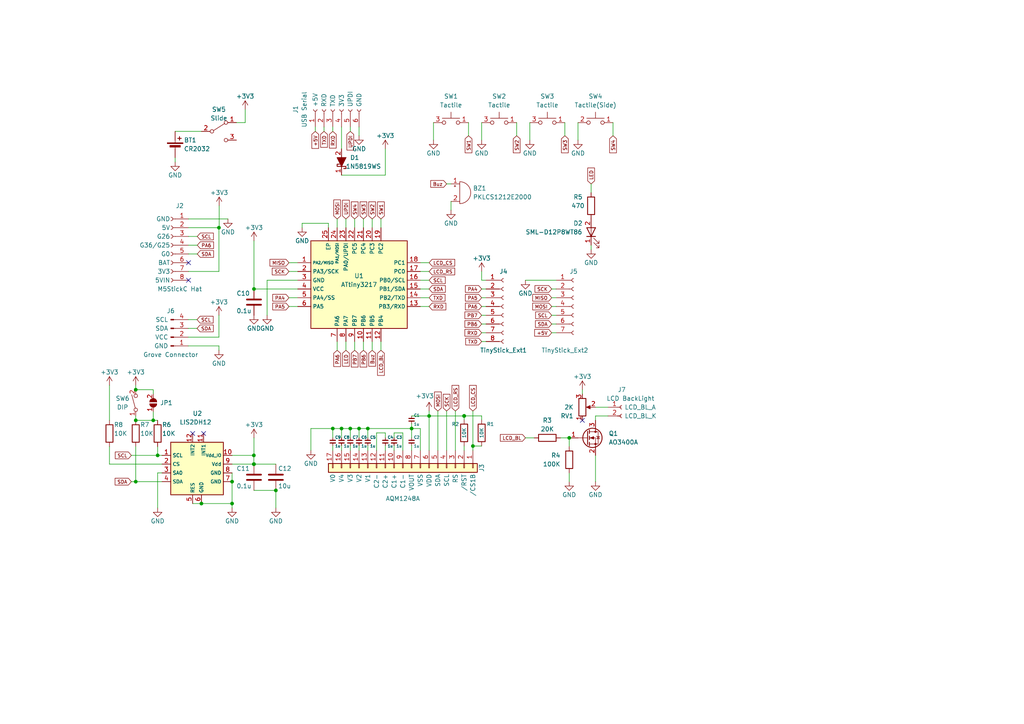
<source format=kicad_sch>
(kicad_sch (version 20230121) (generator eeschema)
  (paper "A4")
  (title_block (title "TS_Core") (date "2024-05-16") (rev "0.3"))
  (lib_symbols
    (symbol "Connector:Conn_01x02_Socket" (pin_names (offset 1.016))
      (property "Reference" "J7" (at 0 2.54 0))
      (property "Value" "LCD BackLight" (at 0 -5.08 0))
      (symbol "Conn_01x02_Socket_1_1"
        (pin passive line (at -4 0 0) (length 3.81) (name "LCD_BL_A") (number "1"))
        (pin passive line (at -4 -2.54 0) (length 3.81) (name "LCD_BL_K") (number "2"))
      )
    )
    (symbol "Connector:Conn_01x07_Socket" (pin_names (offset 1.016) hide)
      (property "Reference" "J" (at 0 10.16 0))
      (property "Value" "Conn_01x07_Socket" (at 0 -10.16 0))
      (symbol "Conn_01x07_Socket_1_1"
        (pin passive line (at -5.08 7.62 0) (length 3.81) (name "Pin_1") (number "1"))
        (pin passive line (at -5.08 5.08 0) (length 3.81) (name "Pin_2") (number "2"))
        (pin passive line (at -5.08 2.54 0) (length 3.81) (name "Pin_3") (number "3"))
        (pin passive line (at -5.08 0 0) (length 3.81) (name "Pin_4") (number "4"))
        (pin passive line (at -5.08 -2.54 0) (length 3.81) (name "Pin_5") (number "5"))
        (pin passive line (at -5.08 -5.08 0) (length 3.81) (name "Pin_6") (number "6"))
        (pin passive line (at -5.08 -7.62 0) (length 3.81) (name "Pin_7") (number "7"))
      )
    )
    (symbol "Connector:Conn_01x08_Socket" (pin_names (offset 1.016) hide)
      (property "Reference" "J" (at 0 10.16 0))
      (property "Value" "Conn_01x08_Socket" (at 0 -12.7 0))
      (symbol "Conn_01x08_Socket_1_1"
        (pin passive line (at -5.08 7.62 0) (length 3.81) (name "Pin_1") (number "1"))
        (pin passive line (at -5.08 5.08 0) (length 3.81) (name "Pin_2") (number "2"))
        (pin passive line (at -5.08 2.54 0) (length 3.81) (name "Pin_3") (number "3"))
        (pin passive line (at -5.08 0 0) (length 3.81) (name "Pin_4") (number "4"))
        (pin passive line (at -5.08 -2.54 0) (length 3.81) (name "Pin_5") (number "5"))
        (pin passive line (at -5.08 -5.08 0) (length 3.81) (name "Pin_6") (number "6"))
        (pin passive line (at -5.08 -7.62 0) (length 3.81) (name "Pin_7") (number "7"))
        (pin passive line (at -5.08 -10.16 0) (length 3.81) (name "Pin_8") (number "8"))
      )
    )
    (symbol "Device:Battery_Cell" (pin_numbers hide) (pin_names (offset 0) hide)
      (property "Reference" "BT1" (at 2.54 2.54 0))
      (property "Value" "CR2032" (at 2.54 0 0))
      (symbol "Battery_Cell_1_1"
        (pin passive line (at 0 5.08 270) (length 2.54) (name "+") (number "1"))
        (pin passive line (at 0 -2.54 90) (length 2.54) (name "-") (number "2"))
      )
    )
    (symbol "Device:Buzzer" (pin_names (offset 0.0254) hide)
      (property "Reference" "BZ" (at 3.81 1.27 0))
      (property "Value" "Buzzer" (at 3.81 -1.27 0))
      (symbol "Buzzer_1_1"
        (pin passive line (at -2.54 2.54 0) (length 2.54) (name "-") (number "1"))
        (pin passive line (at -2.54 -2.54 0) (length 2.54) (name "+") (number "2"))
      )
    )
    (symbol "Device:C" (pin_numbers hide) (pin_names (offset 0.254))
      (property "Reference" "C" (at 0.635 2.54 0))
      (property "Value" "C" (at 0.635 -2.54 0))
      (symbol "C_1_1"
        (pin passive line (at 0 3.81 270) (length 2.794) (name "~") (number "1"))
        (pin passive line (at 0 -3.81 90) (length 2.794) (name "~") (number "2"))
      )
    )
    (symbol "Device:R" (pin_numbers hide) (pin_names (offset 0))
      (property "Reference" "R" (at 2.032 0 90))
      (property "Value" "R" (at 0 0 90))
      (symbol "R_1_1"
        (pin passive line (at 0 3.81 270) (length 1.27) (name "~") (number "1"))
        (pin passive line (at 0 -3.81 90) (length 1.27) (name "~") (number "2"))
      )
    )
    (symbol "Device:R_Potentiometer" (pin_names (offset 1.016) hide)
      (property "Reference" "RV" (at -4.445 0 90))
      (property "Value" "R_Potentiometer" (at -2.54 0 90))
      (symbol "R_Potentiometer_1_1"
        (pin passive line (at 0 3.81 270) (length 1.27) (name "1") (number "1"))
        (pin passive line (at 3.81 0 180) (length 1.27) (name "2") (number "2"))
        (pin passive line (at 0 -3.81 90) (length 1.27) (name "3") (number "3"))
      )
    )
    (symbol "JSB01_Lib:+3V3" (power) (pin_names (offset 0))
      (property "Value" "3V3" (at 0 4.54 0))
      (symbol "+3V3_1_1"
        (pin power_in line (at 0 0 90) (length 0) hide (name "+3V3") (number "1"))
      )
    )
    (symbol "JSB01_Lib:AQM1248A" (pin_names (offset 3))
      (property "Reference" "J5" (at 0 22.86 0))
      (property "Value" "AQM1248A" (at 0 -22.86 0))
      (symbol "AQM1248A_1_1"
        (pin input line (at -5.08 20.32 0) (length 3.81) (name "/CS1B") (number "1"))
        (pin passive line (at -5.08 -2.54 0) (length 3.81) (name "C1+") (number "10"))
        (pin passive line (at -5.08 -5.08 0) (length 3.81) (name "C2+") (number "11"))
        (pin passive line (at -5.08 -7.62 0) (length 3.81) (name "C2-") (number "12"))
        (pin passive line (at -5.08 -10.16 0) (length 3.81) (name "V1") (number "13"))
        (pin passive line (at -5.08 -12.7 0) (length 3.81) (name "V2") (number "14"))
        (pin passive line (at -5.08 -15.24 0) (length 3.81) (name "V3") (number "15"))
        (pin passive line (at -5.08 -17.78 0) (length 3.81) (name "V4") (number "16"))
        (pin passive line (at -5.08 -20.32 0) (length 3.81) (name "V0") (number "17"))
        (pin input line (at -5.08 17.78 0) (length 3.81) (name "/RST") (number "2"))
        (pin input line (at -5.08 15.24 0) (length 3.81) (name "RS") (number "3"))
        (pin input line (at -5.08 12.7 0) (length 3.81) (name "SCL") (number "4"))
        (pin bidirectional line (at -5.08 10.16 0) (length 3.81) (name "SDA") (number "5"))
        (pin power_in line (at -5.08 7.62 0) (length 3.81) (name "VDD") (number "6"))
        (pin power_in line (at -5.08 5.08 0) (length 3.81) (name "VSS") (number "7"))
        (pin power_out line (at -5.08 2.54 0) (length 3.81) (name "VOUT") (number "8"))
        (pin passive line (at -5.08 0 0) (length 3.81) (name "C1-") (number "9"))
      )
    )
    (symbol "JSB01_Lib:ATTiny3217"
      (property "Reference" "U" (at 0 2.54 0))
      (property "Value" "ATtiny3217" (at 0 0 0))
      (symbol "ATTiny3217_1_1"
        (pin bidirectional line (at -17.78 6.35 0) (length 3.81) (name "PA2/MISO") (number "1"))
        (pin bidirectional line (at 1.27 -16.51 90) (length 3.81) (name "PB6") (number "10"))
        (pin bidirectional line (at 3.81 -16.51 90) (length 3.81) (name "PB5") (number "11"))
        (pin bidirectional line (at 6.35 -16.51 90) (length 3.81) (name "PB4") (number "12"))
        (pin bidirectional line (at 17.78 -6.35 180) (length 3.81) (name "PB3/RXD") (number "13"))
        (pin bidirectional line (at 17.78 -3.81 180) (length 3.81) (name "PB2/TXD") (number "14"))
        (pin bidirectional line (at 17.78 -1.27 180) (length 3.81) (name "PB1/SDA") (number "15"))
        (pin bidirectional line (at 17.78 1.27 180) (length 3.81) (name "PB0/SCL") (number "16"))
        (pin bidirectional line (at 17.78 3.81 180) (length 3.81) (name "PC0") (number "17"))
        (pin bidirectional line (at 17.78 6.35 180) (length 3.81) (name "PC1") (number "18"))
        (pin bidirectional line (at 6.35 16.51 270) (length 3.81) (name "PC2") (number "19"))
        (pin bidirectional line (at -17.78 3.81 0) (length 3.81) (name "PA3/SCK") (number "2"))
        (pin bidirectional line (at 3.81 16.51 270) (length 3.81) (name "PC3") (number "20"))
        (pin bidirectional line (at 1.27 16.51 270) (length 3.81) (name "PC4") (number "21"))
        (pin bidirectional line (at -1.27 16.51 270) (length 3.81) (name "PC5") (number "22"))
        (pin bidirectional line (at -3.81 16.51 270) (length 3.81) (name "PA0/UPDI") (number "23"))
        (pin bidirectional line (at -6.35 16.51 270) (length 3.81) (name "PA1/MOSI") (number "24"))
        (pin power_in line (at -8.89 16.51 270) (length 3.81) (name "EP") (number "25"))
        (pin power_in line (at -17.78 1.27 0) (length 3.81) (name "GND") (number "3"))
        (pin power_in line (at -17.78 -1.27 0) (length 3.81) (name "VCC") (number "4"))
        (pin bidirectional line (at -17.78 -3.81 0) (length 3.81) (name "PA4/SS") (number "5"))
        (pin bidirectional line (at -17.78 -6.35 0) (length 3.81) (name "PA5") (number "6"))
        (pin bidirectional line (at -6.35 -16.51 90) (length 3.81) (name "PA6") (number "7"))
        (pin bidirectional line (at -3.81 -16.51 90) (length 3.81) (name "PA7") (number "8"))
        (pin bidirectional line (at -1.27 -16.51 90) (length 3.81) (name "PB7") (number "9"))
      )
    )
    (symbol "JSB01_Lib:Bypass_1u" (pin_numbers hide) (pin_names (offset 0.254))
      (property "Reference" "C" (at 0.635 1.27 0))
      (property "Value" "1u" (at 0.635 -1.27 0))
      (symbol "Bypass_1u_1_1"
        (pin passive line (at 0 1.1 270) (length 0.635) (name "~") (number "1"))
        (pin passive line (at 0 -1.1 90) (length 0.635) (name "~") (number "2"))
      )
    )
    (symbol "JSB01_Lib:Conn_01x06_USBSerial" (pin_names (offset 2)) (in_bom no)
      (property "Reference" "J1" (at 0 10.795 0))
      (property "Value" "USB Serial" (at 0 8.255 0))
      (symbol "Conn_01x06_USBSerial_1_1"
        (pin power_in line (at -5.08 5.08 0) (length 3.81) (name "+5V") (number "1"))
        (pin input line (at -5.08 2.54 0) (length 3.81) (name "RXD") (number "2"))
        (pin output line (at -5.08 0 0) (length 3.81) (name "TXD") (number "3"))
        (pin power_in line (at -5.08 -2.54 0) (length 3.81) (name "3V3") (number "4"))
        (pin bidirectional line (at -5.08 -5.08 0) (length 3.81) (name "UPDI") (number "5"))
        (pin power_in line (at -5.08 -7.62 0) (length 3.81) (name "GND") (number "6"))
      )
    )
    (symbol "JSB01_Lib:Conn_01x08_M5Hat" (pin_names (offset 1.5)) (in_bom no)
      (property "Reference" "J2" (at -2.54 12.7 0))
      (property "Value" "M5StickC Hat" (at -2.54 -11.43 0))
      (symbol "Conn_01x08_M5Hat_1_1"
        (pin power_out line (at 0 8.89 180) (length 3.81) (name "GND") (number "1"))
        (pin power_out line (at 0 6.35 180) (length 3.81) (name "5V") (number "2"))
        (pin bidirectional line (at 0 3.81 180) (length 3.81) (name "G26") (number "3"))
        (pin bidirectional line (at 0 1.27 180) (length 3.81) (name "G36/G25") (number "4"))
        (pin bidirectional line (at 0 -1.27 180) (length 3.81) (name "G0") (number "5"))
        (pin power_in line (at 0 -3.81 180) (length 3.81) (name "BAT") (number "6"))
        (pin power_out line (at 0 -6.35 180) (length 3.81) (name "3V3") (number "7"))
        (pin power_in line (at 0 -8.89 180) (length 3.81) (name "5VIN") (number "8"))
      )
    )
    (symbol "JSB01_Lib:GND" (power) (pin_names (offset 0))
      (property "Value" "GND" (at 0 -3.81 0))
      (symbol "GND_1_1"
        (pin power_in line (at 0 0 270) (length 0) hide (name "GND") (number "1"))
      )
    )
    (symbol "JSB01_Lib:Grove_Connector" (pin_names (offset 2))
      (property "Reference" "J" (at 0 5.08 0))
      (property "Value" "Grove Connector" (at 0 -6.985 0))
      (symbol "Grove_Connector_1_1"
        (pin power_out line (at 5.08 2.54 180) (length 3.81) (name "GND") (number "1"))
        (pin power_out line (at 5.08 0 180) (length 3.81) (name "VCC") (number "2"))
        (pin bidirectional line (at 5.08 -2.54 180) (length 3.81) (name "SDA") (number "3"))
        (pin output line (at 5.08 -5.08 180) (length 3.81) (name "SCL") (number "4"))
      )
    )
    (symbol "JSB01_Lib:LED_Green" (pin_names (offset 1.016) hide)
      (property "Reference" "D" (at 0 2.54 0))
      (property "Value" "LED" (at 0 -2.54 0))
      (symbol "LED_Green_1_1"
        (pin passive line (at -3.81 0 0) (length 2.54) (name "K") (number "1"))
        (pin passive line (at 3.81 0 180) (length 2.54) (name "A") (number "2"))
      )
    )
    (symbol "JSB01_Lib:LIS2DH12" (pin_names (offset 0.5))
      (property "Reference" "U" (at -1.27 15.24 0))
      (property "Value" "LIS2DH12" (at -5.08 12.7 0))
      (symbol "LIS2DH12_1_0"
        (pin input line (at -10.16 3.81 0) (length 2.54) (name "SCL") (number "1"))
        (pin power_in line (at 10.16 3.81 180) (length 2.54) (name "Vdd_IO") (number "10"))
        (pin output line (at 1.905 10.16 270) (length 2.54) (name "INT1") (number "11"))
        (pin output line (at -1.27 10.16 270) (length 2.54) (name "INT2") (number "12"))
        (pin input line (at -10.16 1.27 0) (length 2.54) (name "CS") (number "2"))
        (pin bidirectional line (at -10.16 -3.81 0) (length 2.54) (name "SDA") (number "4"))
        (pin power_in line (at 10.16 -3.81 180) (length 2.54) (name "GND") (number "7"))
        (pin power_in line (at 10.16 -1.27 180) (length 2.54) (name "GND") (number "8"))
        (pin power_in line (at 10.16 1.27 180) (length 2.54) (name "Vdd") (number "9"))
      )
      (symbol "LIS2DH12_1_1"
        (pin bidirectional line (at -10.16 -1.27 0) (length 2.54) (name "SA0") (number "3"))
        (pin input line (at -1.27 -10.16 90) (length 2.54) (name "RES") (number "5"))
        (pin power_in line (at 1.27 -10.16 90) (length 2.54) (name "GND") (number "6"))
      )
    )
    (symbol "JSB01_Lib:SW_DIP_x01" (pin_names (offset 0) hide)
      (property "Reference" "SW" (at 0 3.175 0))
      (symbol "SW_DIP_x01_1_1"
        (pin passive line (at -3.81 0 0) (length 1.27) (name "~") (number "1"))
        (pin passive line (at 3.81 0 180) (length 1.27) (name "~") (number "2"))
      )
    )
    (symbol "JSB01_Lib:SW_Tactile4P" (pin_names (offset 1.016) hide)
      (property "Reference" "SW" (at 0 6.985 0))
      (property "Value" "Tactile" (at 0 5.08 0))
      (symbol "SW_Tactile4P_0_1"
        (pin passive line (at -5.08 0 0) (length 2.54) (name "1") (number "1"))
      )
      (symbol "SW_Tactile4P_1_1"
        (pin passive line (at -5.08 0 0) (length 1.9) hide (name "2") (number "2"))
        (pin passive line (at 5.08 0 180) (length 2.54) (name "3") (number "3"))
        (pin passive line (at 5.08 0 180) (length 1.9) hide (name "4") (number "4"))
      )
    )
    (symbol "JSB01_Lib:SolderJumper_2_Open" (pin_names (offset 0) hide)
      (property "Reference" "JP" (at 0 2.032 0))
      (property "Value" "SolderJumper_2_Open" (at 0 -2.54 0))
      (symbol "SolderJumper_2_Open_1_1"
        (pin passive line (at -2.54 0 0) (length 1.27) (name "A") (number "1"))
        (pin passive line (at 2.54 0 180) (length 1.27) (name "B") (number "2"))
      )
    )
    (symbol "SW_Tactile4P_1" (pin_names (offset 1.016) hide)
      (property "Reference" "SW4" (at 0 7.62 0))
      (property "Value" "Tactile(Side)" (at 0 5.08 0))
      (symbol "SW_Tactile4P_1_0_1"
        (pin passive line (at -5.08 0 0) (length 2.54) (name "1") (number "1"))
      )
      (symbol "SW_Tactile4P_1_1_1"
        (pin passive line (at 5.08 0 180) (length 2.54) (name "2") (number "2"))
      )
    )
    (symbol "Schottky_Diode_1" (pin_names (offset 1.016) hide)
      (property "Reference" "D" (at 0 2.54 0))
      (property "Value" "D_Schottky_Filled" (at 0 -2.54 0))
      (symbol "Schottky_Diode_1_1_1"
        (pin passive line (at -3.81 0 0) (length 2.54) (name "K") (number "1"))
        (pin passive line (at 3.81 0 180) (length 2.54) (name "A") (number "2"))
      )
    )
    (symbol "Switch:SW_SPDT" (pin_names (offset 0) hide)
      (property "Reference" "SW" (at 0 4.318 0))
      (property "Value" "SW_SPDT" (at 0 -5.08 0))
      (symbol "SW_SPDT_1_1"
        (pin passive line (at 5.08 2.54 180) (length 2.54) (name "A") (number "1"))
        (pin passive line (at -5.08 0 0) (length 2.54) (name "B") (number "2"))
        (pin passive line (at 5.08 -2.54 180) (length 2.54) (name "C") (number "3"))
      )
    )
    (symbol "Transistor_FET:AO3400A" (pin_names hide)
      (property "Reference" "Q" (at 5.08 1.905 0))
      (property "Value" "AO3400A" (at 5.08 0 0))
      (symbol "AO3400A_1_1"
        (pin input line (at -5.08 0 0) (length 2.54) (name "G") (number "1"))
        (pin passive line (at 2.54 -5.08 90) (length 2.54) (name "S") (number "2"))
        (pin passive line (at 2.54 5.08 270) (length 2.54) (name "D") (number "3"))
      )
    )
  )
  (junction (at 80.01 142.24))
  (junction (at 39.37 139.7))
  (junction (at 67.31 139.7))
  (junction (at 44.45 121.92))
  (junction (at 63.5 66.04))
  (junction (at 106.68 124.29))
  (junction (at 73.6253 132.08))
  (junction (at 137.16 129.37))
  (junction (at 67.31 146.05))
  (junction (at 134.62 120.65))
  (junction (at 73.66 134.62))
  (junction (at 134.62 120.6306))
  (junction (at 99.06 124.29))
  (junction (at 39.37 121.92))
  (junction (at 96.52 124.29))
  (junction (at 101.6 124.29))
  (junction (at 104.14 124.29))
  (junction (at 58.42 146.05))
  (junction (at 73.66 83.82))
  (junction (at 73.6253 134.62))
  (junction (at 39.37 113.03))
  (junction (at 124.46 120.65))
  (junction (at 165.1 127))
  (junction (at 45.72 132.08))
  (junction (at 119.38 124.29))
  (no_connect (at 59.055 125.73))
  (no_connect (at 54.6802 76.2))
  (no_connect (at 55.88 125.73))
  (no_connect (at 168.91 121.92))
  (no_connect (at 54.6802 81.28))
  (wire (pts (xy 86.36 81.28) (xy 77.47 81.28)))
  (wire (pts (xy 104.14 124.29) (xy 101.6 124.29)))
  (wire (pts (xy 139.7 83.82) (xy 140.97 83.82)))
  (wire (pts (xy 83.82 78.74) (xy 86.36 78.74)))
  (wire (pts (xy 106.68 124.29) (xy 104.14 124.29)))
  (wire (pts (xy 137.16 119.21) (xy 137.16 129.37)))
  (wire (pts (xy 165.1 129.54) (xy 165.1 127)))
  (wire (pts (xy 38.1 139.7) (xy 39.37 139.7)))
  (wire (pts (xy 63.5 97.79) (xy 54.61 97.79)))
  (wire (pts (xy 101.6 129.2) (xy 101.6 130.64)))
  (wire (pts (xy 83.82 86.36) (xy 86.36 86.36)))
  (wire (pts (xy 171.45 71.12) (xy 171.45 72.39)))
  (wire (pts (xy 63.5 78.74) (xy 63.5 66.04)))
  (wire (pts (xy 111.76 125.56) (xy 109.22 125.56)))
  (wire (pts (xy 54.6802 68.58) (xy 57.2202 68.58)))
  (wire (pts (xy 153.67 35.56) (xy 153.67 40.64)))
  (wire (pts (xy 137.16 129.37) (xy 139.7 129.37)))
  (wire (pts (xy 105.41 99.06) (xy 105.41 101.6)))
  (wire (pts (xy 160.02 91.44) (xy 161.29 91.44)))
  (wire (pts (xy 110.49 99.06) (xy 110.49 101.6)))
  (wire (pts (xy 137.16 129.37) (xy 137.16 130.64)))
  (wire (pts (xy 172.72 118.11) (xy 176.34 118.11)))
  (wire (pts (xy 67.31 132.08) (xy 73.6253 132.08)))
  (wire (pts (xy 139.7 96.52) (xy 140.97 96.52)))
  (wire (pts (xy 139.7 120.6306) (xy 134.62 120.6306)))
  (wire (pts (xy 119.38 129.2) (xy 119.38 130.64)))
  (wire (pts (xy 114.3 127) (xy 114.3 125.56)))
  (wire (pts (xy 119.38 127) (xy 119.38 124.29)))
  (wire (pts (xy 106.68 129.2) (xy 106.68 130.64)))
  (wire (pts (xy 111.76 129.2) (xy 111.76 130.64)))
  (wire (pts (xy 44.45 114.3) (xy 44.45 113.03)))
  (wire (pts (xy 132.08 119.21) (xy 132.08 130.64)))
  (wire (pts (xy 99.06 124.29) (xy 99.06 127)))
  (wire (pts (xy 106.68 124.29) (xy 106.68 127)))
  (wire (pts (xy 104.14 36.83) (xy 104.14 39.37)))
  (wire (pts (xy 177.8 35.56) (xy 177.8 39.37)))
  (wire (pts (xy 139.7 81.28) (xy 140.97 81.28)))
  (wire (pts (xy 139.7 86.36) (xy 140.97 86.36)))
  (wire (pts (xy 101.6 124.29) (xy 99.06 124.29)))
  (wire (pts (xy 107.95 99.06) (xy 107.95 101.6)))
  (wire (pts (xy 105.41 63.5) (xy 105.41 66.04)))
  (wire (pts (xy 67.31 139.7) (xy 67.31 146.05)))
  (wire (pts (xy 176.34 120.65) (xy 172.72 120.65)))
  (wire (pts (xy 46.99 137.16) (xy 45.72 137.16)))
  (wire (pts (xy 139.7 91.44) (xy 140.97 91.44)))
  (wire (pts (xy 54.6802 73.66) (xy 57.2202 73.66)))
  (wire (pts (xy 129.54 119.21) (xy 129.54 130.64)))
  (wire (pts (xy 134.62 120.6306) (xy 134.62 120.65)))
  (wire (pts (xy 93.98 36.83) (xy 93.98 38.1)))
  (wire (pts (xy 63.5 91.44) (xy 63.5 97.79)))
  (wire (pts (xy 54.6802 71.12) (xy 57.2202 71.12)))
  (wire (pts (xy 67.31 146.05) (xy 67.31 147.32)))
  (wire (pts (xy 165.1 137.16) (xy 165.1 139.7)))
  (wire (pts (xy 73.66 127) (xy 73.66 132.08)))
  (wire (pts (xy 96.52 36.83) (xy 96.52 38.1)))
  (wire (pts (xy 168.91 113.03) (xy 168.91 114.3)))
  (wire (pts (xy 172.72 132.08) (xy 172.72 139.7)))
  (wire (pts (xy 111.76 127) (xy 111.76 125.56)))
  (wire (pts (xy 67.31 137.16) (xy 67.31 139.7)))
  (wire (pts (xy 96.52 124.29) (xy 90.17 124.29)))
  (wire (pts (xy 130.81 58.42) (xy 130.81 60.96)))
  (wire (pts (xy 73.66 83.82) (xy 73.66 69.85)))
  (wire (pts (xy 107.95 63.5) (xy 107.95 66.04)))
  (wire (pts (xy 44.45 121.92) (xy 45.72 121.92)))
  (wire (pts (xy 55.88 146.05) (xy 58.42 146.05)))
  (wire (pts (xy 44.45 113.03) (xy 39.37 113.03)))
  (wire (pts (xy 139.7 88.9) (xy 140.97 88.9)))
  (wire (pts (xy 101.6 36.83) (xy 101.6 38.1)))
  (wire (pts (xy 39.37 111.76) (xy 39.37 113.03)))
  (wire (pts (xy 54.61 100.33) (xy 63.5 100.33)))
  (wire (pts (xy 57.15 92.71) (xy 54.61 92.71)))
  (wire (pts (xy 73.6253 132.08) (xy 73.6253 134.62)))
  (wire (pts (xy 102.87 63.5) (xy 102.87 66.04)))
  (wire (pts (xy 50.8 38.1) (xy 58.42 38.1)))
  (wire (pts (xy 83.82 88.9) (xy 86.36 88.9)))
  (wire (pts (xy 121.92 88.9) (xy 124.46 88.9)))
  (wire (pts (xy 124.46 119.21) (xy 124.46 120.65)))
  (wire (pts (xy 90.17 124.29) (xy 90.17 130.64)))
  (wire (pts (xy 99.06 43.18) (xy 99.06 36.83)))
  (wire (pts (xy 54.6802 78.74) (xy 63.5 78.74)))
  (wire (pts (xy 171.45 53.34) (xy 171.45 55.88)))
  (wire (pts (xy 95.25 66.04) (xy 95.25 64.77)))
  (wire (pts (xy 104.14 124.29) (xy 104.14 127)))
  (wire (pts (xy 73.66 142.24) (xy 80.01 142.24)))
  (wire (pts (xy 152.4 81.28) (xy 161.29 81.28)))
  (wire (pts (xy 96.52 124.29) (xy 96.52 127)))
  (wire (pts (xy 152.4 127) (xy 154.94 127)))
  (wire (pts (xy 73.6253 132.08) (xy 73.66 132.08)))
  (wire (pts (xy 100.33 99.06) (xy 100.33 101.6)))
  (wire (pts (xy 68.58 35.56) (xy 71.12 35.56)))
  (wire (pts (xy 139.7 99.06) (xy 140.97 99.06)))
  (wire (pts (xy 139.7 78.74) (xy 139.7 81.28)))
  (wire (pts (xy 63.5 66.04) (xy 63.5702 66.04)))
  (wire (pts (xy 134.62 120.48) (xy 134.62 120.6306)))
  (wire (pts (xy 99.06 124.29) (xy 96.52 124.29)))
  (wire (pts (xy 127 119.21) (xy 127 130.64)))
  (wire (pts (xy 101.6 124.29) (xy 101.6 127)))
  (wire (pts (xy 100.33 63.5) (xy 100.33 66.04)))
  (wire (pts (xy 160.02 86.36) (xy 161.29 86.36)))
  (wire (pts (xy 73.66 134.62) (xy 80.01 134.62)))
  (wire (pts (xy 54.6802 66.04) (xy 63.5 66.04)))
  (wire (pts (xy 50.8 45.72) (xy 50.8 46.99)))
  (wire (pts (xy 46.99 134.62) (xy 31.75 134.62)))
  (wire (pts (xy 160.02 96.52) (xy 161.29 96.52)))
  (wire (pts (xy 45.72 132.08) (xy 45.72 129.54)))
  (wire (pts (xy 114.3 129.2) (xy 114.3 130.64)))
  (wire (pts (xy 124.46 120.65) (xy 124.46 130.64)))
  (wire (pts (xy 160.02 83.82) (xy 161.29 83.82)))
  (wire (pts (xy 162.56 127) (xy 165.1 127)))
  (wire (pts (xy 67.31 134.62) (xy 73.6253 134.62)))
  (wire (pts (xy 119.38 124.29) (xy 106.68 124.29)))
  (wire (pts (xy 124.46 120.65) (xy 134.62 120.65)))
  (wire (pts (xy 73.6253 134.62) (xy 73.66 134.62)))
  (wire (pts (xy 97.79 99.06) (xy 97.79 101.6)))
  (wire (pts (xy 149.86 35.56) (xy 149.86 39.37)))
  (wire (pts (xy 114.3 125.56) (xy 116.84 125.56)))
  (wire (pts (xy 129.54 53.34) (xy 130.81 53.34)))
  (wire (pts (xy 119.38 124.29) (xy 121.92 124.29)))
  (wire (pts (xy 54.6802 63.5) (xy 66.1102 63.5)))
  (wire (pts (xy 58.42 146.05) (xy 67.31 146.05)))
  (wire (pts (xy 163.83 35.56) (xy 163.83 39.37)))
  (wire (pts (xy 45.72 132.08) (xy 46.99 132.08)))
  (wire (pts (xy 134.62 129.37) (xy 134.62 130.64)))
  (wire (pts (xy 121.92 81.28) (xy 124.46 81.28)))
  (wire (pts (xy 57.15 95.25) (xy 54.61 95.25)))
  (wire (pts (xy 39.37 120.65) (xy 39.37 121.92)))
  (wire (pts (xy 167.64 35.56) (xy 167.64 40.64)))
  (wire (pts (xy 83.82 76.2) (xy 86.36 76.2)))
  (wire (pts (xy 97.79 63.5) (xy 97.79 66.04)))
  (wire (pts (xy 38.1 132.08) (xy 45.72 132.08)))
  (wire (pts (xy 46.99 139.7) (xy 39.37 139.7)))
  (wire (pts (xy 139.7 35.56) (xy 139.7 40.64)))
  (wire (pts (xy 104.14 129.2) (xy 104.14 130.64)))
  (wire (pts (xy 87.63 64.77) (xy 87.63 66.04)))
  (wire (pts (xy 99.06 129.2) (xy 99.06 130.64)))
  (wire (pts (xy 139.7 121.75) (xy 139.7 120.6306)))
  (wire (pts (xy 125.73 35.56) (xy 125.73 40.64)))
  (wire (pts (xy 31.75 134.62) (xy 31.75 129.54)))
  (wire (pts (xy 134.62 120.65) (xy 134.62 121.75)))
  (wire (pts (xy 121.92 83.82) (xy 124.46 83.82)))
  (wire (pts (xy 80.01 142.24) (xy 80.01 147.32)))
  (wire (pts (xy 91.44 36.83) (xy 91.44 38.1)))
  (wire (pts (xy 160.02 88.9) (xy 161.29 88.9)))
  (wire (pts (xy 116.84 125.56) (xy 116.84 130.64)))
  (wire (pts (xy 77.47 81.28) (xy 77.47 91.44)))
  (wire (pts (xy 172.72 120.65) (xy 172.72 121.92)))
  (wire (pts (xy 71.12 35.56) (xy 71.12 31.75)))
  (wire (pts (xy 39.37 139.7) (xy 39.37 129.54)))
  (wire (pts (xy 135.89 35.56) (xy 135.89 39.37)))
  (wire (pts (xy 121.92 124.29) (xy 121.92 130.64)))
  (wire (pts (xy 139.7 93.98) (xy 140.97 93.98)))
  (wire (pts (xy 31.75 111.76) (xy 31.75 121.92)))
  (wire (pts (xy 124.46 120.65) (xy 119.38 120.65)))
  (wire (pts (xy 95.25 64.77) (xy 87.63 64.77)))
  (wire (pts (xy 44.45 119.38) (xy 44.45 121.92)))
  (wire (pts (xy 102.87 99.06) (xy 102.87 101.6)))
  (wire (pts (xy 121.92 78.74) (xy 124.46 78.74)))
  (wire (pts (xy 99.06 50.8) (xy 111.76 50.8)))
  (wire (pts (xy 111.76 50.8) (xy 111.76 43.18)))
  (wire (pts (xy 86.36 83.82) (xy 73.66 83.82)))
  (wire (pts (xy 121.92 86.36) (xy 124.46 86.36)))
  (wire (pts (xy 45.72 137.16) (xy 45.72 147.32)))
  (wire (pts (xy 109.22 125.56) (xy 109.22 130.64)))
  (wire (pts (xy 160.02 93.98) (xy 161.29 93.98)))
  (wire (pts (xy 39.37 121.92) (xy 44.45 121.92)))
  (wire (pts (xy 119.38 122.85) (xy 119.38 124.29)))
  (wire (pts (xy 121.92 76.2) (xy 124.46 76.2)))
  (wire (pts (xy 110.49 63.5) (xy 110.49 66.04)))
  (wire (pts (xy 96.52 129.2) (xy 96.52 130.64)))
  (wire (pts (xy 63.5 100.33) (xy 63.5 101.6)))
  (wire (pts (xy 63.5702 66.04) (xy 63.5702 59.69)))
  (global_label "Buz" (shape input) (at 129.54 53.34 180) (effects (font (size 1 1))) (property "Intersheetrefs" "${INTERSHEET_REFS}" (effects hide)))
  (global_label "LCD_BL" (shape input) (at 152.4 127 180) (effects (font (size 1 1))) (property "Intersheetrefs" "${INTERSHEET_REFS}" (effects hide)))
  (global_label "SCL" (shape input) (at 160.02 91.44 180) (effects (font (size 1 1))) (property "Intersheetrefs" "${INTERSHEET_REFS}" (effects hide)))
  (global_label "Buz" (shape input) (at 107.95 101.6 270) (effects (font (size 1 1))) (property "Intersheetrefs" "${INTERSHEET_REFS}" (effects hide)))
  (global_label "SCK" (shape input) (at 160.02 83.82 180) (effects (font (size 1 1))) (property "Intersheetrefs" "${INTERSHEET_REFS}" (effects hide)))
  (global_label "PB6" (shape input) (at 139.7 93.98 180) (effects (font (size 1 1))) (property "Intersheetrefs" "${INTERSHEET_REFS}" (effects hide)))
  (global_label "PB7" (shape input) (at 139.7 91.44 180) (effects (font (size 1 1))) (property "Intersheetrefs" "${INTERSHEET_REFS}" (effects hide)))
  (global_label "LCD_BL" (shape input) (at 110.49 101.6 270) (effects (font (size 1 1))) (property "Intersheetrefs" "${INTERSHEET_REFS}" (effects hide)))
  (global_label "RXD" (shape input) (at 96.52 38.1 270) (effects (font (size 1 1))) (property "Intersheetrefs" "${INTERSHEET_REFS}" (effects hide)))
  (global_label "SW3" (shape input) (at 163.83 39.37 270) (effects (font (size 1 1))) (property "Intersheetrefs" "${INTERSHEET_REFS}" (effects hide)))
  (global_label "SDA" (shape input) (at 124.46 83.82 0) (effects (font (size 1 1))) (property "Intersheetrefs" "${INTERSHEET_REFS}" (effects hide)))
  (global_label "UPDI" (shape input) (at 100.33 63.5 90) (effects (font (size 1 1))) (property "Intersheetrefs" "${INTERSHEET_REFS}" (effects hide)))
  (global_label "PA4" (shape input) (at 139.7 83.82 180) (effects (font (size 1 1))) (property "Intersheetrefs" "${INTERSHEET_REFS}" (effects hide)))
  (global_label "UPDI" (shape input) (at 101.6 38.1 270) (effects (font (size 1 1))) (property "Intersheetrefs" "${INTERSHEET_REFS}" (effects hide)))
  (global_label "PA6" (shape input) (at 97.79 101.6 270) (effects (font (size 1 1))) (property "Intersheetrefs" "${INTERSHEET_REFS}" (effects hide)))
  (global_label "LED" (shape input) (at 100.33 101.6 270) (effects (font (size 1 1))) (property "Intersheetrefs" "${INTERSHEET_REFS}" (effects hide)))
  (global_label "PA4" (shape input) (at 83.82 86.36 180) (effects (font (size 1 1))) (property "Intersheetrefs" "${INTERSHEET_REFS}" (effects hide)))
  (global_label "RXD" (shape input) (at 124.46 88.9 0) (effects (font (size 1 1))) (property "Intersheetrefs" "${INTERSHEET_REFS}" (effects hide)))
  (global_label "SDA" (shape input) (at 57.2202 73.66 0) (effects (font (size 1 1))) (property "Intersheetrefs" "${INTERSHEET_REFS}" (effects hide)))
  (global_label "MISO" (shape input) (at 160.02 86.36 180) (effects (font (size 1 1))) (property "Intersheetrefs" "${INTERSHEET_REFS}" (effects hide)))
  (global_label "LCD_RS" (shape input) (at 124.46 78.74 0) (effects (font (size 1 1))) (property "Intersheetrefs" "${INTERSHEET_REFS}" (effects hide)))
  (global_label "+5V" (shape input) (at 160.02 96.52 180) (effects (font (size 1 1))) (property "Intersheetrefs" "${INTERSHEET_REFS}" (effects hide)))
  (global_label "SW1" (shape input) (at 110.49 63.5 90) (effects (font (size 1 1))) (property "Intersheetrefs" "${INTERSHEET_REFS}" (effects hide)))
  (global_label "SCL" (shape input) (at 124.46 81.28 0) (effects (font (size 1 1))) (property "Intersheetrefs" "${INTERSHEET_REFS}" (effects hide)))
  (global_label "RXD" (shape input) (at 139.7 96.52 180) (effects (font (size 1 1))) (property "Intersheetrefs" "${INTERSHEET_REFS}" (effects hide)))
  (global_label "PB6" (shape input) (at 105.41 101.6 270) (effects (font (size 1 1))) (property "Intersheetrefs" "${INTERSHEET_REFS}" (effects hide)))
  (global_label "SW3" (shape input) (at 105.41 63.5 90) (effects (font (size 1 1))) (property "Intersheetrefs" "${INTERSHEET_REFS}" (effects hide)))
  (global_label "SW4" (shape input) (at 102.87 63.5 90) (effects (font (size 1 1))) (property "Intersheetrefs" "${INTERSHEET_REFS}" (effects hide)))
  (global_label "PA6" (shape input) (at 57.2202 71.12 0) (effects (font (size 1 1))) (property "Intersheetrefs" "${INTERSHEET_REFS}" (effects hide)))
  (global_label "SCK" (shape input) (at 83.82 78.74 180) (effects (font (size 1 1))) (property "Intersheetrefs" "${INTERSHEET_REFS}" (effects hide)))
  (global_label "MISO" (shape input) (at 83.82 76.2 180) (effects (font (size 1 1))) (property "Intersheetrefs" "${INTERSHEET_REFS}" (effects hide)))
  (global_label "SW1" (shape input) (at 135.89 39.37 270) (effects (font (size 1 1))) (property "Intersheetrefs" "${INTERSHEET_REFS}" (effects hide)))
  (global_label "MOSI" (shape input) (at 160.02 88.9 180) (effects (font (size 1 1))) (property "Intersheetrefs" "${INTERSHEET_REFS}" (effects hide)))
  (global_label "SW2" (shape input) (at 107.95 63.5 90) (effects (font (size 1 1))) (property "Intersheetrefs" "${INTERSHEET_REFS}" (effects hide)))
  (global_label "SCL" (shape input) (at 38.1 132.08 180) (effects (font (size 1 1))) (property "Intersheetrefs" "${INTERSHEET_REFS}" (effects hide)))
  (global_label "TXD" (shape input) (at 93.98 38.1 270) (effects (font (size 1 1))) (property "Intersheetrefs" "${INTERSHEET_REFS}" (effects hide)))
  (global_label "PA5" (shape input) (at 83.82 88.9 180) (effects (font (size 1 1))) (property "Intersheetrefs" "${INTERSHEET_REFS}" (effects hide)))
  (global_label "PB7" (shape input) (at 102.87 101.6 270) (effects (font (size 1 1))) (property "Intersheetrefs" "${INTERSHEET_REFS}" (effects hide)))
  (global_label "LCD_CS" (shape input) (at 137.16 119.21 90) (effects (font (size 1 1))) (property "Intersheetrefs" "${INTERSHEET_REFS}" (effects hide)))
  (global_label "SDA" (shape input) (at 160.02 93.98 180) (effects (font (size 1 1))) (property "Intersheetrefs" "${INTERSHEET_REFS}" (effects hide)))
  (global_label "SCL" (shape input) (at 57.15 92.71 0) (effects (font (size 1 1))) (property "Intersheetrefs" "${INTERSHEET_REFS}" (effects hide)))
  (global_label "LCD_RS" (shape input) (at 132.08 119.21 90) (effects (font (size 1 1))) (property "Intersheetrefs" "${INTERSHEET_REFS}" (effects hide)))
  (global_label "SW2" (shape input) (at 149.86 39.37 270) (effects (font (size 1 1))) (property "Intersheetrefs" "${INTERSHEET_REFS}" (effects hide)))
  (global_label "SDA" (shape input) (at 57.15 95.25 0) (effects (font (size 1 1))) (property "Intersheetrefs" "${INTERSHEET_REFS}" (effects hide)))
  (global_label "SW4" (shape input) (at 177.8 39.37 270) (effects (font (size 1 1))) (property "Intersheetrefs" "${INTERSHEET_REFS}" (effects hide)))
  (global_label "SCL" (shape input) (at 57.2202 68.58 0) (effects (font (size 1 1))) (property "Intersheetrefs" "${INTERSHEET_REFS}" (effects hide)))
  (global_label "TXD" (shape input) (at 124.46 86.36 0) (effects (font (size 1 1))) (property "Intersheetrefs" "${INTERSHEET_REFS}" (effects hide)))
  (global_label "TXD" (shape input) (at 139.7 99.06 180) (effects (font (size 1 1))) (property "Intersheetrefs" "${INTERSHEET_REFS}" (effects hide)))
  (global_label "SDA" (shape input) (at 38.1 139.7 180) (effects (font (size 1 1))) (property "Intersheetrefs" "${INTERSHEET_REFS}" (effects hide)))
  (global_label "PA5" (shape input) (at 139.7 86.36 180) (effects (font (size 1 1))) (property "Intersheetrefs" "${INTERSHEET_REFS}" (effects hide)))
  (global_label "MOSI" (shape input) (at 97.79 63.5 90) (effects (font (size 1 1))) (property "Intersheetrefs" "${INTERSHEET_REFS}" (effects hide)))
  (global_label "+5V" (shape input) (at 91.44 38.1 270) (effects (font (size 1 1))) (property "Intersheetrefs" "${INTERSHEET_REFS}" (effects hide)))
  (global_label "MOSI" (shape input) (at 127 119.21 90) (effects (font (size 1 1))) (property "Intersheetrefs" "${INTERSHEET_REFS}" (effects hide)))
  (global_label "PA6" (shape input) (at 139.7 88.9 180) (effects (font (size 1 1))) (property "Intersheetrefs" "${INTERSHEET_REFS}" (effects hide)))
  (global_label "LED" (shape input) (at 171.45 53.34 90) (effects (font (size 1 1))) (property "Intersheetrefs" "${INTERSHEET_REFS}" (effects hide)))
  (global_label "SCK" (shape input) (at 129.54 119.21 90) (effects (font (size 1 1))) (property "Intersheetrefs" "${INTERSHEET_REFS}" (effects hide)))
  (global_label "LCD_CS" (shape input) (at 124.46 76.2 0) (effects (font (size 1 1))) (property "Intersheetrefs" "${INTERSHEET_REFS}" (effects hide)))
  (symbol (lib_id "JSB01_Lib:+3V3") (at 139.7 78.74 0) (unit 1)
    (property "Reference" "#PWR020" (effects hide))
    (property "Value" "3V3" (at 139.7 74.2 0) (effects (justify top)))
  )
  (symbol (lib_id "JSB01_Lib:GND") (at 139.7 40.64 0) (unit 1)
    (property "Reference" "#PWR08" (effects hide))
    (property "Value" "GND" (at 139.7 44.45 0))
  )
  (symbol (lib_id "JSB01_Lib:GND") (at 80.01 147.32 0) (unit 1)
    (property "Reference" "#PWR027" (effects hide))
    (property "Value" "GND" (at 80.01 151.13 0))
  )
  (symbol (lib_id "Device:R") (at 31.75 125.73 0) (unit 1)
    (property "Reference" "R8" (at 33.02 123.19 0) (effects (justify left)))
    (property "Value" "10K" (at 33.02 125.73 0) (effects (justify left)))
    (property "Footprint" "Resistor_SMD:R_0402_1005Metric" (effects hide))
    (property "LCSC" "C25744" (effects hide))
  )
  (symbol (lib_id "JSB01_Lib:SW_Tactile4P") (at 158.75 35.56 0) (mirror y) (unit 1)
    (property "Reference" "SW3" (at 158.75 27.94 0))
    (property "Value" "Tactile" (at 158.75 30.48 0))
    (property "Footprint" "JSB01_Lib:SW-SMD_4P-L4.5-W4.5-P3.00-LS7.5" (effects hide))
    (property "LCSC" "C963229" (effects hide))
  )
  (symbol (lib_id "JSB01_Lib:Grove_Connector") (at 49.53 97.79 0) (mirror x) (unit 1)
    (property "Reference" "J6" (at 49.53 90.17 0))
    (property "Value" "Grove Connector" (at 49.53 102.87 0))
    (property "Footprint" "JSB01_Lib:Grove_Connector" (effects hide))
  )
  (symbol (lib_id "JSB01_Lib:+3V3") (at 168.91 113.03 0) (unit 1)
    (property "Reference" "#PWR013" (effects hide))
    (property "Value" "3V3" (at 168.91 108.49 0) (effects (justify top)))
  )
  (symbol (lib_id "JSB01_Lib:GND") (at 104.14 39.37 0) (unit 1)
    (property "Reference" "#PWR06" (effects hide))
    (property "Value" "GND" (at 104.14 43.18 0))
  )
  (symbol (lib_id "JSB01_Lib:GND") (at 130.81 60.96 0) (unit 1)
    (property "Reference" "#PWR05" (effects hide))
    (property "Value" "GND" (at 130.81 64.77 0))
  )
  (symbol (lib_id "JSB01_Lib:+3V3") (at 73.66 127 0) (unit 1)
    (property "Reference" "#PWR032" (effects hide))
    (property "Value" "3V3" (at 73.66 122.46 0) (effects (justify top)))
  )
  (symbol (lib_id "JSB01_Lib:+3V3") (at 63.5702 59.69 0) (unit 1)
    (property "Reference" "#PWR024" (effects hide))
    (property "Value" "3V3" (at 63.5702 55.15 0) (effects (justify top)))
  )
  (symbol (lib_id "JSB01_Lib:GND") (at 50.8 46.99 0) (unit 1)
    (property "Reference" "#PWR03" (effects hide))
    (property "Value" "GND" (at 50.8 50.8 0))
  )
  (symbol (lib_id "JSB01_Lib:GND") (at 66.1102 63.5 0) (unit 1)
    (property "Reference" "#PWR022" (effects hide))
    (property "Value" "GND" (at 66.1102 67.31 0))
  )
  (symbol (lib_id "Device:R") (at 165.1 133.35 0) (unit 1)
    (property "Reference" "R4" (at 162.56 132.08 0) (effects (justify right)))
    (property "Value" "100K" (at 162.56 134.62 0) (effects (justify right)))
    (property "Footprint" "Resistor_SMD:R_0402_1005Metric" (effects hide))
    (property "LCSC" "C25741" (effects hide))
  )
  (symbol (lib_id "Device:R") (at 45.72 125.73 0) (unit 1)
    (property "Reference" "R6" (at 46.99 123.19 0) (effects (justify left)))
    (property "Value" "10K" (at 46.99 125.73 0) (effects (justify left)))
    (property "Footprint" "Resistor_SMD:R_0402_1005Metric" (effects hide))
    (property "LCSC" "C25744" (effects hide))
  )
  (symbol (lib_id "Device:R") (at 171.45 59.69 0) (unit 1)
    (property "Reference" "R5" (at 167.64 57.15 0))
    (property "Value" "470" (at 167.64 59.69 0))
    (property "Footprint" "Resistor_SMD:R_0603_1608Metric" (effects hide))
    (property "LCSC" "C23179" (effects hide))
  )
  (symbol (lib_id "JSB01_Lib:SolderJumper_2_Open") (at 44.45 116.84 90) (unit 1)
    (property "Reference" "JP1" (at 48.26 116.84 90))
    (property "Value" "SolderJumper_2_Open" (effects hide))
    (property "Footprint" "JSB01_Lib:SolderJumper-2_Open_mini" (effects hide))
  )
  (symbol (lib_id "Connector:Conn_01x02_Socket") (at 180.34 118.11 0) (unit 1)
    (property "Reference" "J7" (at 180.34 113.03 0))
    (property "Value" "LCD BackLight" (at 182.88 115.57 0))
    (property "Footprint" "JSB01_Lib:CONN-SMD_HC-1.0-2PWT" (effects hide))
    (property "LCSC" "C2845361" (effects hide))
  )
  (symbol (lib_id "JSB01_Lib:GND") (at 67.31 147.32 0) (unit 1)
    (property "Reference" "#PWR023" (effects hide))
    (property "Value" "GND" (at 67.31 151.13 0))
  )
  (symbol (lib_id "Device:C") (at 80.01 138.43 0) (unit 1)
    (property "Reference" "C12" (at 80.645 135.89 0) (effects (justify left)))
    (property "Value" "10u" (at 80.645 140.97 0) (effects (justify left)))
    (property "Footprint" "Capacitor_SMD:C_0603_1608Metric" (effects hide))
    (property "LCSC" "C19702" (effects hide))
  )
  (symbol (lib_id "JSB01_Lib:LIS2DH12") (at 57.15 135.89 0) (unit 1)
    (property "Reference" "U2" (at 55.88 120.65 0) (effects (justify left bottom)))
    (property "Value" "LIS2DH12" (at 52.07 123.19 0) (effects (justify left bottom)))
    (property "Footprint" "JSB01_Lib:LGA-12_L2.0-W2.0-P0.50-BL" (effects hide))
    (property "LCSC" "C110926" (effects hide))
  )
  (symbol (lib_id "JSB01_Lib:GND") (at 165.1 139.7 0) (unit 1)
    (property "Reference" "#PWR011" (effects hide))
    (property "Value" "GND" (at 165.1 143.51 0))
  )
  (symbol (lib_id "JSB01_Lib:LED_Green") (at 171.45 67.31 90) (unit 1)
    (property "Reference" "D2" (at 167.64 64.77 90))
    (property "Value" "SML-D12P8WT86" (at 168.91 67.31 90) (effects (justify left)))
    (property "Footprint" "JSB01_Lib:LED0603-RD_GREEN" (effects hide))
    (property "LCSC" "C510026" (effects hide))
  )
  (symbol (lib_id "Device:C") (at 73.66 138.43 0) (unit 1)
    (property "Reference" "C11" (at 68.58 135.89 0) (effects (justify left)))
    (property "Value" "0.1u" (at 68.58 140.97 0) (effects (justify left)))
    (property "Footprint" "Capacitor_SMD:C_0402_1005Metric" (effects hide))
    (property "LCSC" "C1525" (effects hide))
  )
  (symbol (lib_id "Device:Buzzer") (at 133.35 55.88 0) (unit 1)
    (property "Reference" "BZ1" (at 137.16 54.61 0) (effects (justify left)))
    (property "Value" "PKLCS1212E2000" (at 137.16 57.15 0) (effects (justify left)))
    (property "Footprint" "JSB01_Lib:BUZ-SMD_2P-L12.0-W12.0-L" (effects hide))
    (property "LCSC" "C184513" (effects hide))
  )
  (symbol (lib_id "Transistor_FET:AO3400A") (at 170.18 127 0) (unit 1)
    (property "Reference" "Q1" (at 176.53 125.73 0) (effects (justify left)))
    (property "Value" "AO3400A" (at 176.53 128.27 0) (effects (justify left)))
    (property "Footprint" "JSB01_Lib:AO3400A" (effects hide))
    (property "Datasheet" "http://www.aosmd.com/pdfs/datasheet/AO3400A.pdf" (effects hide))
    (property "LCSC" "C20917" (effects hide))
  )
  (symbol (lib_id "JSB01_Lib:GND") (at 77.47 91.44 0) (unit 1)
    (property "Reference" "#PWR026" (effects hide))
    (property "Value" "GND" (at 77.47 95.25 0))
  )
  (symbol (lib_id "JSB01_Lib:Bypass_1u") (at 119.38 128.1 0) (unit 1)
    (property "Reference" "C2" (at 120.015 126.83 0) (effects (font (size 0.8 0.8)) (justify left)))
    (property "Value" "1u" (at 120.015 129.37 0) (effects (font (size 0.8 0.8)) (justify left)))
    (property "Footprint" "Capacitor_SMD:C_0402_1005Metric" (effects hide))
    (property "LCSC" "C52923" (effects hide))
  )
  (symbol (lib_id "JSB01_Lib:+3V3") (at 39.37 111.76 0) (unit 1)
    (property "Reference" "#PWR031" (effects hide))
    (property "Value" "3V3" (at 39.37 107.22 0) (effects (justify top)))
  )
  (symbol (lib_id "JSB01_Lib:Bypass_1u") (at 104.14 128.1 0) (unit 1)
    (property "Reference" "C6" (at 104.775 126.83 0) (effects (font (size 0.8 0.8)) (justify left)))
    (property "Value" "1u" (at 104.775 129.37 0) (effects (font (size 0.8 0.8)) (justify left)))
    (property "Footprint" "Capacitor_SMD:C_0402_1005Metric" (effects hide))
    (property "LCSC" "C52923" (effects hide))
  )
  (symbol (lib_id "JSB01_Lib:Bypass_1u") (at 99.06 128.1 0) (unit 1)
    (property "Reference" "C8" (at 99.695 126.83 0) (effects (font (size 0.8 0.8)) (justify left)))
    (property "Value" "1u" (at 99.695 129.37 0) (effects (font (size 0.8 0.8)) (justify left)))
    (property "Footprint" "Capacitor_SMD:C_0402_1005Metric" (effects hide))
    (property "LCSC" "C52923" (effects hide))
  )
  (symbol (lib_name "Schottky_Diode_1") (lib_id "JSB01_Lib:Schottky_Diode") (at 99.06 46.99 270) (mirror x) (unit 1)
    (property "Reference" "D1" (at 102.87 45.72 90))
    (property "Value" "1N5819WS" (at 105.41 48.26 90))
    (property "Footprint" "JSB01_Lib:SOD-323_L1.8-W1.3-LS2.5-RD" (effects hide))
    (property "LCSC" "C191023" (effects hide))
  )
  (symbol (lib_id "JSB01_Lib:SW_Tactile4P") (at 130.81 35.56 0) (mirror y) (unit 1)
    (property "Reference" "SW1" (at 130.81 27.94 0))
    (property "Value" "Tactile" (at 130.81 30.48 0))
    (property "Footprint" "JSB01_Lib:SW-SMD_4P-L4.5-W4.5-P3.00-LS7.5" (effects hide))
    (property "LCSC" "C963229" (effects hide))
  )
  (symbol (lib_id "JSB01_Lib:Bypass_1u") (at 96.52 128.1 0) (unit 1)
    (property "Reference" "C9" (at 97.155 126.83 0) (effects (font (size 0.8 0.8)) (justify left)))
    (property "Value" "1u" (at 97.155 129.37 0) (effects (font (size 0.8 0.8)) (justify left)))
    (property "Footprint" "Capacitor_SMD:C_0402_1005Metric" (effects hide))
    (property "LCSC" "C52923" (effects hide))
  )
  (symbol (lib_id "JSB01_Lib:GND") (at 172.72 139.7 0) (unit 1)
    (property "Reference" "#PWR012" (effects hide))
    (property "Value" "GND" (at 172.72 143.51 0))
  )
  (symbol (lib_id "JSB01_Lib:Bypass_1u") (at 114.3 128.1 0) (unit 1)
    (property "Reference" "C3" (at 114.935 126.83 0) (effects (font (size 0.8 0.8)) (justify left)))
    (property "Value" "1u" (at 114.935 129.37 0) (effects (font (size 0.8 0.8)) (justify left)))
    (property "Footprint" "Capacitor_SMD:C_0402_1005Metric" (effects hide))
    (property "LCSC" "C52923" (effects hide))
  )
  (symbol (lib_id "JSB01_Lib:GND") (at 73.66 91.44 0) (unit 1)
    (property "Reference" "#PWR014" (effects hide))
    (property "Value" "GND" (at 73.66 95.25 0))
  )
  (symbol (lib_id "Device:R") (at 139.7 125.56 0) (unit 1)
    (property "Reference" "R1" (at 142.24 123.02 0) (effects (font (size 1 1))))
    (property "Value" "10K" (at 139.7 125.56 90) (effects (font (size 1 1))))
    (property "Footprint" "Resistor_SMD:R_0402_1005Metric" (effects hide))
    (property "LCSC" "C25744" (effects hide))
  )
  (symbol (lib_id "JSB01_Lib:GND") (at 87.63 66.04 0) (unit 1)
    (property "Reference" "#PWR025" (effects hide))
    (property "Value" "GND" (at 87.63 69.85 0))
  )
  (symbol (lib_id "JSB01_Lib:GND") (at 45.72 147.32 0) (unit 1)
    (property "Reference" "#PWR029" (effects hide))
    (property "Value" "GND" (at 45.72 151.13 0))
  )
  (symbol (lib_id "Device:R_Potentiometer") (at 168.91 118.11 0) (mirror x) (unit 1)
    (property "Reference" "RV1" (at 166.37 120.65 0) (effects (justify right)))
    (property "Value" "2K" (at 166.37 118.11 0) (effects (justify right)))
    (property "Footprint" "JSB01_Lib:RES-ADJ-SMD_G32AT" (effects hide))
    (property "LCSC" "C128118" (effects hide))
  )
  (symbol (lib_id "JSB01_Lib:SW_Tactile4P") (at 144.78 35.56 0) (mirror y) (unit 1)
    (property "Reference" "SW2" (at 144.78 27.94 0))
    (property "Value" "Tactile" (at 144.78 30.48 0))
    (property "Footprint" "JSB01_Lib:SW-SMD_4P-L4.5-W4.5-P3.00-LS7.5" (effects hide))
    (property "LCSC" "C963229" (effects hide))
  )
  (symbol (lib_id "Device:C") (at 73.66 87.63 0) (unit 1)
    (property "Reference" "C10" (at 68.58 85.09 0) (effects (justify left)))
    (property "Value" "0.1u" (at 68.58 90.17 0) (effects (justify left)))
    (property "Footprint" "Capacitor_SMD:C_0402_1005Metric" (effects hide))
    (property "LCSC" "C1525" (effects hide))
  )
  (symbol (lib_id "JSB01_Lib:AQM1248A") (at 116.84 135.72 270) (unit 1)
    (property "Reference" "J3" (at 139.7 135.72 0))
    (property "Value" "AQM1248A" (at 116.84 144.61 90))
    (property "Footprint" "JSB01_Lib:AQM1248A" (effects hide))
  )
  (symbol (lib_id "Device:R") (at 134.62 125.56 0) (unit 1)
    (property "Reference" "R2" (at 132.08 123.02 0) (effects (font (size 1 1))))
    (property "Value" "10K" (at 134.62 125.56 90) (effects (font (size 1 1))))
    (property "Footprint" "Resistor_SMD:R_0402_1005Metric" (effects hide))
    (property "LCSC" "C25744" (effects hide))
  )
  (symbol (lib_id "Switch:SW_SPDT") (at 63.5 38.1 0) (unit 1)
    (property "Reference" "SW5" (at 63.5 31.75 0))
    (property "Value" "Slide" (at 63.5 34.29 0))
    (property "Footprint" "JSB01_Lib:SW-SMD_K3-1280S-K1" (effects hide))
    (property "LCSC" "C128953" (effects hide))
  )
  (symbol (lib_id "Connector:Conn_01x08_Socket") (at 146.05 88.9 0) (unit 1)
    (property "Reference" "J4" (at 146.05 78.74 0))
    (property "Value" "TinyStick_Ext1" (at 146.05 101.6 0))
    (property "Footprint" "Connector_PinSocket_2.54mm:PinSocket_1x08_P2.54mm_Vertical" (effects hide))
  )
  (symbol (lib_id "JSB01_Lib:GND") (at 63.5 101.6 0) (mirror y) (unit 1)
    (property "Reference" "#PWR017" (effects hide))
    (property "Value" "GND" (at 63.5 105.41 0))
  )
  (symbol (lib_id "JSB01_Lib:GND") (at 125.73 40.64 0) (unit 1)
    (property "Reference" "#PWR04" (effects hide))
    (property "Value" "GND" (at 125.73 44.45 0))
  )
  (symbol (lib_id "JSB01_Lib:ATTiny3217") (at 104.14 82.55 0) (unit 1)
    (property "Reference" "U1" (at 104.14 80.01 0))
    (property "Value" "ATtiny3217" (at 104.14 82.55 0))
    (property "Footprint" "JSB01_Lib:HVQFN-24_L4.0-W4.0-P0.50" (effects hide))
    (property "LCSC" "C1340454" (effects hide))
  )
  (symbol (lib_id "JSB01_Lib:Bypass_1u") (at 101.6 128.1 0) (unit 1)
    (property "Reference" "C7" (at 102.235 126.83 0) (effects (font (size 0.8 0.8)) (justify left)))
    (property "Value" "1u" (at 102.235 129.37 0) (effects (font (size 0.8 0.8)) (justify left)))
    (property "Footprint" "Capacitor_SMD:C_0402_1005Metric" (effects hide))
    (property "LCSC" "C52923" (effects hide))
  )
  (symbol (lib_id "JSB01_Lib:GND") (at 167.64 40.64 0) (unit 1)
    (property "Reference" "#PWR010" (effects hide))
    (property "Value" "GND" (at 167.64 44.45 0))
  )
  (symbol (lib_id "Device:R") (at 158.75 127 90) (unit 1)
    (property "Reference" "R3" (at 158.75 121.92 90))
    (property "Value" "20K" (at 158.75 124.46 90))
    (property "Footprint" "Resistor_SMD:R_0402_1005Metric" (effects hide))
    (property "LCSC" "C25765" (effects hide))
  )
  (symbol (lib_id "JSB01_Lib:+3V3") (at 63.5 91.44 0) (mirror y) (unit 1)
    (property "Reference" "#PWR018" (effects hide))
    (property "Value" "3V3" (at 63.5 86.9 0) (effects (justify top)))
  )
  (symbol (lib_id "JSB01_Lib:GND") (at 153.67 40.64 0) (unit 1)
    (property "Reference" "#PWR09" (effects hide))
    (property "Value" "GND" (at 153.67 44.45 0))
  )
  (symbol (lib_id "JSB01_Lib:+3V3") (at 71.12 31.75 0) (unit 1)
    (property "Reference" "#PWR016" (effects hide))
    (property "Value" "3V3" (at 71.12 27.21 0) (effects (justify top)))
  )
  (symbol (lib_id "JSB01_Lib:Conn_01x06_USBSerial") (at 96.52 31.75 90) (unit 1) (in_bom no)
    (property "Reference" "J1" (at 85.725 31.75 0))
    (property "Value" "USB Serial" (at 88.265 31.75 0))
    (property "Footprint" "JSB01_Lib:USB Serial" (effects hide))
  )
  (symbol (lib_id "Device:R") (at 39.37 125.73 0) (unit 1)
    (property "Reference" "R7" (at 40.64 123.19 0) (effects (justify left)))
    (property "Value" "10K" (at 40.64 125.73 0) (effects (justify left)))
    (property "Footprint" "Resistor_SMD:R_0402_1005Metric" (effects hide))
    (property "LCSC" "C25744" (effects hide))
  )
  (symbol (lib_id "JSB01_Lib:+3V3") (at 124.46 119.21 0) (unit 1)
    (property "Reference" "#PWR01" (effects hide))
    (property "Value" "3V3" (at 123.19 114.13 0) (effects (justify top)))
  )
  (symbol (lib_id "Connector:Conn_01x07_Socket") (at 166.37 88.9 0) (unit 1)
    (property "Reference" "J5" (at 166.37 78.74 0))
    (property "Value" "TinyStick_Ext2" (at 163.83 101.6 0))
    (property "Footprint" "Connector_PinSocket_2.54mm:PinSocket_1x07_P2.54mm_Vertical" (effects hide))
  )
  (symbol (lib_id "Device:Battery_Cell") (at 50.8 43.18 0) (unit 1)
    (property "Reference" "BT1" (at 53.34 40.64 0) (effects (justify left)))
    (property "Value" "CR2032" (at 53.34 43.18 0) (effects (justify left)))
    (property "Footprint" "JSB01_Lib:BAT-CR2032" (effects hide))
  )
  (symbol (lib_id "JSB01_Lib:Conn_01x08_M5Hat") (at 54.6802 72.39 0) (unit 1) (in_bom no)
    (property "Reference" "J2" (at 52.1402 59.69 0))
    (property "Value" "M5StickC Hat" (at 52.1402 83.82 0))
    (property "Footprint" "JSB01_Lib:PinSocket_M5StickHat" (effects hide))
  )
  (symbol (lib_id "JSB01_Lib:+3V3") (at 73.66 69.85 0) (unit 1)
    (property "Reference" "#PWR015" (effects hide))
    (property "Value" "3V3" (at 73.66 65.31 0) (effects (justify top)))
  )
  (symbol (lib_id "JSB01_Lib:SW_DIP_x01") (at 39.37 116.84 90) (unit 1)
    (property "Reference" "SW6" (at 35.56 115.57 90))
    (property "Value" "DIP" (at 35.56 118.11 90))
    (property "Footprint" "JSB01_Lib:SW-SMD_TSD101EZ" (effects hide))
    (property "LCSC" "C2758180" (effects hide))
  )
  (symbol (lib_id "JSB01_Lib:+3V3") (at 31.75 111.76 0) (unit 1)
    (property "Reference" "#PWR030" (effects hide))
    (property "Value" "3V3" (at 31.75 107.22 0) (effects (justify top)))
  )
  (symbol (lib_id "JSB01_Lib:GND") (at 152.4 81.28 0) (unit 1)
    (property "Reference" "#PWR021" (effects hide))
    (property "Value" "GND" (at 152.4 85.09 0))
  )
  (symbol (lib_id "JSB01_Lib:+3V3") (at 111.76 43.18 0) (unit 1)
    (property "Reference" "#PWR07" (effects hide))
    (property "Value" "3V3" (at 111.76 38.64 0) (effects (justify top)))
  )
  (symbol (lib_id "JSB01_Lib:Bypass_1u") (at 106.68 128.1 0) (unit 1)
    (property "Reference" "C5" (at 107.315 126.83 0) (effects (font (size 0.8 0.8)) (justify left)))
    (property "Value" "1u" (at 107.315 129.37 0) (effects (font (size 0.8 0.8)) (justify left)))
    (property "Footprint" "Capacitor_SMD:C_0402_1005Metric" (effects hide))
    (property "LCSC" "C52923" (effects hide))
  )
  (symbol (lib_id "JSB01_Lib:GND") (at 90.17 130.64 0) (unit 1)
    (property "Reference" "#PWR02" (effects hide))
    (property "Value" "GND" (at 90.17 134.45 0))
  )
  (symbol (lib_name "SW_Tactile4P_1") (lib_id "JSB01_Lib:SW_Tactile4P") (at 172.72 35.56 0) (mirror y) (unit 1)
    (property "Reference" "SW4" (at 172.72 27.94 0))
    (property "Value" "Tactile(Side)" (at 172.72 30.48 0))
    (property "Footprint" "JSB01_Lib:SW-SMD_BZCN_TSA002A35" (effects hide))
    (property "LCSC" "C2846757" (effects hide))
  )
  (symbol (lib_id "JSB01_Lib:Bypass_1u") (at 111.76 128.1 0) (unit 1)
    (property "Reference" "C4" (at 112.395 126.83 0) (effects (font (size 0.8 0.8)) (justify left)))
    (property "Value" "1u" (at 112.395 129.37 0) (effects (font (size 0.8 0.8)) (justify left)))
    (property "Footprint" "Capacitor_SMD:C_0402_1005Metric" (effects hide))
    (property "LCSC" "C52923" (effects hide))
  )
  (symbol (lib_id "JSB01_Lib:Bypass_1u") (at 119.38 121.75 0) (unit 1)
    (property "Reference" "C1" (at 120.015 120.48 0) (effects (font (size 0.8 0.8)) (justify left)))
    (property "Value" "1u" (at 120.015 123.02 0) (effects (font (size 0.8 0.8)) (justify left)))
    (property "Footprint" "Capacitor_SMD:C_0402_1005Metric" (effects hide))
    (property "LCSC" "C52923" (effects hide))
  )
  (symbol (lib_id "JSB01_Lib:GND") (at 171.45 72.39 0) (mirror y) (unit 1)
    (property "Reference" "#PWR019" (effects hide))
    (property "Value" "GND" (at 171.45 76.2 0))
  )
)
</source>
